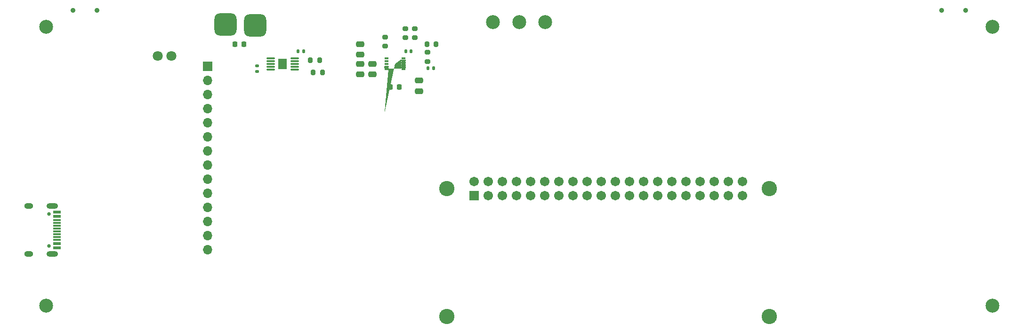
<source format=gbr>
%TF.GenerationSoftware,KiCad,Pcbnew,7.0.9*%
%TF.CreationDate,2024-03-17T17:30:52-07:00*%
%TF.ProjectId,PiEmulator,5069456d-756c-4617-946f-722e6b696361,rev?*%
%TF.SameCoordinates,Original*%
%TF.FileFunction,Soldermask,Bot*%
%TF.FilePolarity,Negative*%
%FSLAX46Y46*%
G04 Gerber Fmt 4.6, Leading zero omitted, Abs format (unit mm)*
G04 Created by KiCad (PCBNEW 7.0.9) date 2024-03-17 17:30:52*
%MOMM*%
%LPD*%
G01*
G04 APERTURE LIST*
G04 Aperture macros list*
%AMRoundRect*
0 Rectangle with rounded corners*
0 $1 Rounding radius*
0 $2 $3 $4 $5 $6 $7 $8 $9 X,Y pos of 4 corners*
0 Add a 4 corners polygon primitive as box body*
4,1,4,$2,$3,$4,$5,$6,$7,$8,$9,$2,$3,0*
0 Add four circle primitives for the rounded corners*
1,1,$1+$1,$2,$3*
1,1,$1+$1,$4,$5*
1,1,$1+$1,$6,$7*
1,1,$1+$1,$8,$9*
0 Add four rect primitives between the rounded corners*
20,1,$1+$1,$2,$3,$4,$5,0*
20,1,$1+$1,$4,$5,$6,$7,0*
20,1,$1+$1,$6,$7,$8,$9,0*
20,1,$1+$1,$8,$9,$2,$3,0*%
%AMFreePoly0*
4,1,77,1.115355,0.835355,1.130000,0.800000,1.130000,0.770000,1.900000,0.770000,1.935355,0.755355,1.950000,0.720000,1.950000,0.520000,1.935355,0.484645,1.900000,0.470000,1.130000,0.470000,1.130000,0.360000,1.900000,0.360000,1.935355,0.345355,1.950000,0.310000,1.950000,0.110000,1.935355,0.074645,1.900000,0.060000,1.130000,0.060000,1.130000,-0.050000,1.900000,-0.050000,
1.935355,-0.064645,1.950000,-0.100000,1.950000,-0.300000,1.935355,-0.335355,1.900000,-0.350000,1.130000,-0.350000,1.130000,-0.460000,1.900000,-0.460000,1.935355,-0.474645,1.950000,-0.510000,1.950000,-0.710000,1.935355,-0.745355,1.900000,-0.760000,1.130000,-0.760000,1.130000,-0.800000,1.115355,-0.835355,1.080000,-0.850000,-1.070000,-0.850000,-1.105355,-0.835355,-1.120000,-0.800000,
-1.120000,-0.760000,-1.900000,-0.760000,-1.935355,-0.745355,-1.950000,-0.710000,-1.950000,-0.510000,-1.935355,-0.474645,-1.900000,-0.460000,-1.120000,-0.460000,-1.120000,-0.350000,-1.900000,-0.350000,-1.935355,-0.335355,-1.950000,-0.300000,-1.950000,-0.100000,-1.935355,-0.064645,-1.900000,-0.050000,-1.120000,-0.050000,-1.120000,0.060000,-1.900000,0.060000,-1.935355,0.074645,-1.950000,0.110000,
-1.950000,0.310000,-1.935355,0.345355,-1.900000,0.360000,-1.120000,0.360000,-1.120000,0.470000,-1.900000,0.470000,-1.935355,0.484645,-1.950000,0.520000,-1.950000,0.720000,-1.935355,0.755355,-1.900000,0.770000,-1.120000,0.770000,-1.120000,0.800000,-1.105355,0.835355,-1.070000,0.850000,1.080000,0.850000,1.115355,0.835355,1.115355,0.835355,$1*%
G04 Aperture macros list end*
%ADD10C,0.900000*%
%ADD11C,2.500000*%
%ADD12R,1.700000X1.700000*%
%ADD13O,1.700000X1.700000*%
%ADD14C,2.750000*%
%ADD15RoundRect,0.102000X-0.754000X-0.754000X0.754000X-0.754000X0.754000X0.754000X-0.754000X0.754000X0*%
%ADD16C,1.712000*%
%ADD17RoundRect,0.135000X-0.135000X-0.185000X0.135000X-0.185000X0.135000X0.185000X-0.135000X0.185000X0*%
%ADD18R,0.800000X0.300000*%
%ADD19FreePoly0,90.000000*%
%ADD20C,0.650000*%
%ADD21R,1.450000X0.600000*%
%ADD22R,1.450000X0.300000*%
%ADD23O,1.600000X1.000000*%
%ADD24O,2.100000X1.000000*%
%ADD25RoundRect,0.250000X0.475000X-0.250000X0.475000X0.250000X-0.475000X0.250000X-0.475000X-0.250000X0*%
%ADD26C,1.800000*%
%ADD27RoundRect,0.075000X0.650000X0.075000X-0.650000X0.075000X-0.650000X-0.075000X0.650000X-0.075000X0*%
%ADD28R,1.570000X1.880000*%
%ADD29RoundRect,0.200000X0.275000X-0.200000X0.275000X0.200000X-0.275000X0.200000X-0.275000X-0.200000X0*%
%ADD30RoundRect,0.135000X0.185000X-0.135000X0.185000X0.135000X-0.185000X0.135000X-0.185000X-0.135000X0*%
%ADD31RoundRect,1.000000X1.000000X-1.000000X1.000000X1.000000X-1.000000X1.000000X-1.000000X-1.000000X0*%
%ADD32RoundRect,0.200000X-0.275000X0.200000X-0.275000X-0.200000X0.275000X-0.200000X0.275000X0.200000X0*%
%ADD33RoundRect,0.250000X-0.475000X0.250000X-0.475000X-0.250000X0.475000X-0.250000X0.475000X0.250000X0*%
%ADD34RoundRect,0.225000X0.225000X0.250000X-0.225000X0.250000X-0.225000X-0.250000X0.225000X-0.250000X0*%
%ADD35RoundRect,0.140000X0.140000X0.170000X-0.140000X0.170000X-0.140000X-0.170000X0.140000X-0.170000X0*%
%ADD36RoundRect,0.218750X-0.218750X-0.256250X0.218750X-0.256250X0.218750X0.256250X-0.218750X0.256250X0*%
%ADD37RoundRect,0.140000X-0.140000X-0.170000X0.140000X-0.170000X0.140000X0.170000X-0.140000X0.170000X0*%
%ADD38RoundRect,0.200000X-0.200000X-0.275000X0.200000X-0.275000X0.200000X0.275000X-0.200000X0.275000X0*%
%ADD39RoundRect,0.200000X0.200000X0.275000X-0.200000X0.275000X-0.200000X-0.275000X0.200000X-0.275000X0*%
%ADD40RoundRect,1.000000X-1.000000X1.000000X-1.000000X-1.000000X1.000000X-1.000000X1.000000X1.000000X0*%
G04 APERTURE END LIST*
D10*
%TO.C,SWL1*%
X74475000Y-73444000D03*
X70175000Y-73444000D03*
%TD*%
D11*
%TO.C,H1*%
X65325000Y-76374000D03*
%TD*%
%TO.C,H3*%
X235538000Y-126572000D03*
%TD*%
D10*
%TO.C,SWR1*%
X230688000Y-73444000D03*
X226388000Y-73444000D03*
%TD*%
D11*
%TO.C,H2*%
X65325000Y-126572000D03*
%TD*%
%TO.C,H4*%
X235538000Y-76374000D03*
%TD*%
D12*
%TO.C,U2*%
X94375000Y-83490000D03*
D13*
X94375000Y-86030000D03*
X94375000Y-88570000D03*
X94375000Y-91110000D03*
X94375000Y-93650000D03*
X94375000Y-96190000D03*
X94375000Y-98730000D03*
X94375000Y-101270000D03*
X94375000Y-103810000D03*
X94375000Y-106350000D03*
X94375000Y-108890000D03*
X94375000Y-111430000D03*
X94375000Y-113970000D03*
X94375000Y-116510000D03*
%TD*%
D14*
%TO.C,U1*%
X137387000Y-105532000D03*
X137387000Y-128532000D03*
X195387000Y-105532000D03*
X195387000Y-128532000D03*
D15*
X142257000Y-106802000D03*
D16*
X142257000Y-104262000D03*
X144797000Y-106802000D03*
X144797000Y-104262000D03*
X147337000Y-106802000D03*
X147337000Y-104262000D03*
X149877000Y-106802000D03*
X149877000Y-104262000D03*
X152417000Y-106802000D03*
X152417000Y-104262000D03*
X154957000Y-106802000D03*
X154957000Y-104262000D03*
X157497000Y-106802000D03*
X157497000Y-104262000D03*
X160037000Y-106802000D03*
X160037000Y-104262000D03*
X162577000Y-106802000D03*
X162577000Y-104262000D03*
X165117000Y-106802000D03*
X165117000Y-104262000D03*
X167657000Y-106802000D03*
X167657000Y-104262000D03*
X170197000Y-106802000D03*
X170197000Y-104262000D03*
X172737000Y-106802000D03*
X172737000Y-104262000D03*
X175277000Y-106802000D03*
X175277000Y-104262000D03*
X177817000Y-106802000D03*
X177817000Y-104262000D03*
X180357000Y-106802000D03*
X180357000Y-104262000D03*
X182897000Y-106802000D03*
X182897000Y-104262000D03*
X185437000Y-106802000D03*
X185437000Y-104262000D03*
X187977000Y-106802000D03*
X187977000Y-104262000D03*
X190517000Y-106802000D03*
X190517000Y-104262000D03*
%TD*%
D17*
%TO.C,R9*%
X134010500Y-83820000D03*
X135030500Y-83820000D03*
%TD*%
D18*
%TO.C,U4*%
X126565500Y-84042000D03*
X126565500Y-83542000D03*
X126565500Y-83042000D03*
X126565500Y-82542000D03*
X126565500Y-82042000D03*
X129565500Y-82042000D03*
X129565500Y-82542000D03*
X129565500Y-83042000D03*
X129565500Y-83542000D03*
X129565500Y-84042000D03*
D19*
X128065500Y-83042000D03*
%TD*%
D11*
%TO.C,SW2*%
X145711000Y-75565000D03*
X150411000Y-75565000D03*
X155111000Y-75565000D03*
%TD*%
D20*
%TO.C,J3*%
X65865000Y-115845000D03*
X65865000Y-110065000D03*
D21*
X67310000Y-116205000D03*
X67310000Y-115405000D03*
D22*
X67310000Y-114205000D03*
X67310000Y-113205000D03*
X67310000Y-112705000D03*
X67310000Y-111705000D03*
D21*
X67310000Y-110505000D03*
X67310000Y-109705000D03*
X67310000Y-109705000D03*
X67310000Y-110505000D03*
D22*
X67310000Y-111205000D03*
X67310000Y-112205000D03*
X67310000Y-113705000D03*
X67310000Y-114705000D03*
D21*
X67310000Y-115405000D03*
X67310000Y-116205000D03*
D23*
X62215000Y-117275000D03*
D24*
X66395000Y-117275000D03*
D23*
X62215000Y-108635000D03*
D24*
X66395000Y-108635000D03*
%TD*%
D25*
%TO.C,C6*%
X121818500Y-84963000D03*
X121818500Y-83063000D03*
%TD*%
D26*
%TO.C,U5*%
X85384000Y-81661000D03*
X87884000Y-81661000D03*
%TD*%
D27*
%TO.C,U3*%
X109996000Y-82063000D03*
X109996000Y-82563000D03*
X109996000Y-83063000D03*
X109996000Y-83563000D03*
X109996000Y-84063000D03*
X105696000Y-84063000D03*
X105696000Y-83563000D03*
X105696000Y-83063000D03*
X105696000Y-82563000D03*
X105696000Y-82063000D03*
D28*
X107846000Y-83063000D03*
%TD*%
D29*
%TO.C,R10*%
X133948500Y-82613000D03*
X133948500Y-80963000D03*
%TD*%
D30*
%TO.C,R5*%
X103251000Y-84455000D03*
X103251000Y-83435000D03*
%TD*%
D25*
%TO.C,C5*%
X123977500Y-84963000D03*
X123977500Y-83063000D03*
%TD*%
D31*
%TO.C,J1*%
X102883000Y-76086000D03*
%TD*%
D32*
%TO.C,R6*%
X129946500Y-76709000D03*
X129946500Y-78359000D03*
%TD*%
D33*
%TO.C,C3*%
X132359500Y-86045000D03*
X132359500Y-87945000D03*
%TD*%
D29*
%TO.C,R7*%
X131597500Y-78359000D03*
X131597500Y-76709000D03*
%TD*%
D34*
%TO.C,C2*%
X100851000Y-79502000D03*
X99301000Y-79502000D03*
%TD*%
D33*
%TO.C,C7*%
X121818500Y-79507000D03*
X121818500Y-81407000D03*
%TD*%
D35*
%TO.C,C4*%
X130934500Y-80772000D03*
X129974500Y-80772000D03*
%TD*%
D36*
%TO.C,L1*%
X127254000Y-87249000D03*
X128829000Y-87249000D03*
%TD*%
D37*
%TO.C,C1*%
X110645000Y-80772000D03*
X111605000Y-80772000D03*
%TD*%
D38*
%TO.C,R2*%
X113348000Y-84582000D03*
X114998000Y-84582000D03*
%TD*%
D29*
%TO.C,R8*%
X126263500Y-79883000D03*
X126263500Y-78233000D03*
%TD*%
D39*
%TO.C,R11*%
X135472500Y-79518000D03*
X133822500Y-79518000D03*
%TD*%
D38*
%TO.C,R1*%
X112840000Y-82423000D03*
X114490000Y-82423000D03*
%TD*%
D40*
%TO.C,J2*%
X97549000Y-75959000D03*
%TD*%
M02*

</source>
